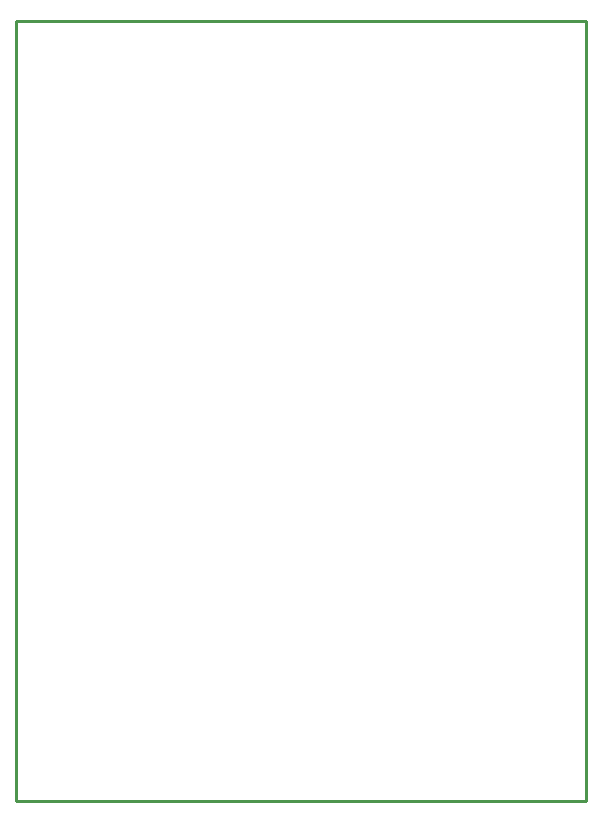
<source format=gbr>
G04 EAGLE Gerber RS-274X export*
G75*
%MOMM*%
%FSLAX34Y34*%
%LPD*%
%IN*%
%IPPOS*%
%AMOC8*
5,1,8,0,0,1.08239X$1,22.5*%
G01*
G04 Define Apertures*
%ADD10C,0.254000*%
D10*
X-12700Y0D02*
X469900Y0D01*
X469900Y660400D01*
X-12700Y660400D01*
X-12700Y0D01*
M02*

</source>
